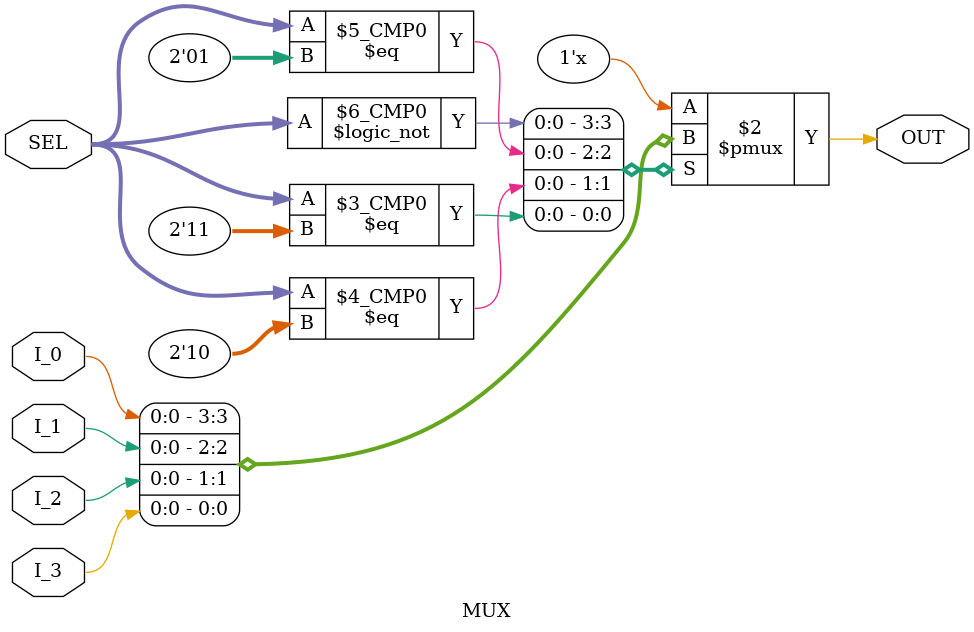
<source format=v>
/*************************************************************************/
/****        Author         :   Eslam Hussein                         ****/
/****        Module         :   Multiplexer                           ****/
/****        Project Name   :   UART Transmitter                      ****/
/****        Date           :   1 August 2021                         ****/
/****        Version        :   V.01                                  ****/
/*************************************************************************/

/************************ Module Definition  *****************************/ 
module MUX  

/************************ Module Interface   *****************************/

     (
         input  wire I_0 ,
         input  wire I_1 ,
         input  wire I_2 ,
         input  wire I_3 ,
		 input  wire [1:0]SEL ,
		 output reg OUT
     );
	 
/************************  Module Body   *********************************/
/* Always Block */ 
always @(*)
     begin
	    case(SEL)
		     2'b00 : 
			         begin
					     OUT = I_0;				 
					 end
		     2'b01 : 
			         begin
					     OUT = I_1;				 					 
					 end		
		     2'b10 : 
			         begin
					     OUT = I_2;				 					 
					 end		
		     2'b11 : 
			         begin
					     OUT = I_3;				 					 
					 end				
		endcase
	 end

/****************************  Module End  ****************************/
endmodule
</source>
